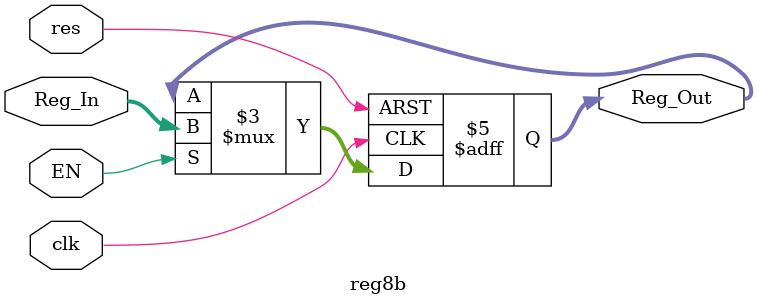
<source format=v>
`timescale 1ns/1ps

module reg8b (output reg [7:0] Reg_Out, 
              input wire clk, res, EN,
              input wire [7:0] Reg_In);
  
  always @ (posedge clk or negedge res)
  	begin: REGISTER	  	
  		if (!res)
  			Reg_Out <= 8'h00;
  		else if (EN)
  			Reg_Out <= Reg_In;
  		
  	end
  
endmodule
</source>
